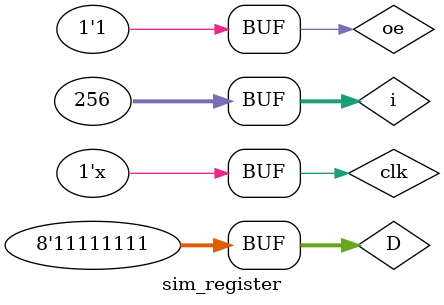
<source format=v>
module sim_register;
    reg [7:0] D;
    wire [7:0] Q;
    reg oe,clk;
    integer i;
    register r(Q,D,oe,clk);
    initial begin
        D<=8'b0000_0000;oe<=0;clk<=0;
    end
    always #5 clk=~clk;
    always begin #5 oe<=0; #50 oe<=1; end
    always begin
        for(i=0;i<256;i=i+1)#8 D=i;
    end
endmodule

</source>
